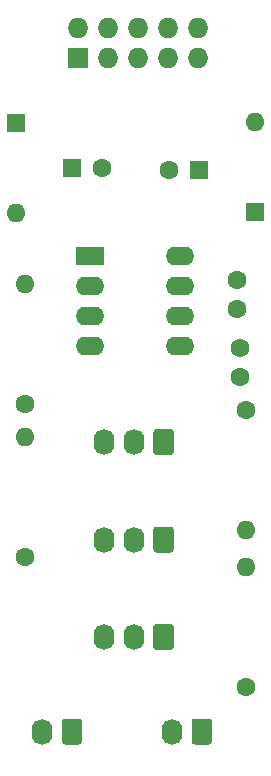
<source format=gbr>
%TF.GenerationSoftware,KiCad,Pcbnew,(5.1.12-1-10_14)*%
%TF.CreationDate,2023-08-05T21:53:33+02:00*%
%TF.ProjectId,niga,6e696761-2e6b-4696-9361-645f70636258,rev?*%
%TF.SameCoordinates,Original*%
%TF.FileFunction,Soldermask,Top*%
%TF.FilePolarity,Negative*%
%FSLAX46Y46*%
G04 Gerber Fmt 4.6, Leading zero omitted, Abs format (unit mm)*
G04 Created by KiCad (PCBNEW (5.1.12-1-10_14)) date 2023-08-05 21:53:33*
%MOMM*%
%LPD*%
G01*
G04 APERTURE LIST*
%ADD10R,1.600000X1.600000*%
%ADD11C,1.600000*%
%ADD12O,1.600000X1.600000*%
%ADD13O,1.740000X2.200000*%
%ADD14R,1.727200X1.727200*%
%ADD15O,1.727200X1.727200*%
%ADD16R,2.400000X1.600000*%
%ADD17O,2.400000X1.600000*%
G04 APERTURE END LIST*
D10*
%TO.C,C1*%
X218000000Y-66250000D03*
D11*
X215500000Y-66250000D03*
%TD*%
%TO.C,C2*%
X209750000Y-66000000D03*
D10*
X207250000Y-66000000D03*
%TD*%
D11*
%TO.C,C3*%
X221250000Y-78000000D03*
X221250000Y-75500000D03*
%TD*%
%TO.C,C4*%
X221500000Y-83750000D03*
X221500000Y-81250000D03*
%TD*%
D10*
%TO.C,D1*%
X222750000Y-69750000D03*
D12*
X222750000Y-62130000D03*
%TD*%
%TO.C,D2*%
X202500000Y-69870000D03*
D10*
X202500000Y-62250000D03*
%TD*%
%TO.C,IN*%
G36*
G01*
X219120000Y-112899999D02*
X219120000Y-114600001D01*
G75*
G02*
X218870001Y-114850000I-249999J0D01*
G01*
X217629999Y-114850000D01*
G75*
G02*
X217380000Y-114600001I0J249999D01*
G01*
X217380000Y-112899999D01*
G75*
G02*
X217629999Y-112650000I249999J0D01*
G01*
X218870001Y-112650000D01*
G75*
G02*
X219120000Y-112899999I0J-249999D01*
G01*
G37*
D13*
X215710000Y-113750000D03*
%TD*%
%TO.C,OUT*%
X204710000Y-113750000D03*
G36*
G01*
X208120000Y-112899999D02*
X208120000Y-114600001D01*
G75*
G02*
X207870001Y-114850000I-249999J0D01*
G01*
X206629999Y-114850000D01*
G75*
G02*
X206380000Y-114600001I0J249999D01*
G01*
X206380000Y-112899999D01*
G75*
G02*
X206629999Y-112650000I249999J0D01*
G01*
X207870001Y-112650000D01*
G75*
G02*
X208120000Y-112899999I0J-249999D01*
G01*
G37*
%TD*%
D14*
%TO.C,J3*%
X207750000Y-56750000D03*
D15*
X207750000Y-54210000D03*
X210290000Y-56750000D03*
X210290000Y-54210000D03*
X212830000Y-56750000D03*
X212830000Y-54210000D03*
X215370000Y-56750000D03*
X215370000Y-54210000D03*
X217910000Y-56750000D03*
X217910000Y-54210000D03*
%TD*%
D12*
%TO.C,R1*%
X203250000Y-75840000D03*
D11*
X203250000Y-86000000D03*
%TD*%
%TO.C,R2*%
X203250000Y-99000000D03*
D12*
X203250000Y-88840000D03*
%TD*%
%TO.C,R3*%
X222000000Y-96660000D03*
D11*
X222000000Y-86500000D03*
%TD*%
%TO.C,R4*%
X222000000Y-110000000D03*
D12*
X222000000Y-99840000D03*
%TD*%
%TO.C,10K*%
G36*
G01*
X215870000Y-88399999D02*
X215870000Y-90100001D01*
G75*
G02*
X215620001Y-90350000I-249999J0D01*
G01*
X214379999Y-90350000D01*
G75*
G02*
X214130000Y-90100001I0J249999D01*
G01*
X214130000Y-88399999D01*
G75*
G02*
X214379999Y-88150000I249999J0D01*
G01*
X215620001Y-88150000D01*
G75*
G02*
X215870000Y-88399999I0J-249999D01*
G01*
G37*
D13*
X212460000Y-89250000D03*
X209920000Y-89250000D03*
%TD*%
%TO.C,10K*%
X209920000Y-97500000D03*
X212460000Y-97500000D03*
G36*
G01*
X215870000Y-96649999D02*
X215870000Y-98350001D01*
G75*
G02*
X215620001Y-98600000I-249999J0D01*
G01*
X214379999Y-98600000D01*
G75*
G02*
X214130000Y-98350001I0J249999D01*
G01*
X214130000Y-96649999D01*
G75*
G02*
X214379999Y-96400000I249999J0D01*
G01*
X215620001Y-96400000D01*
G75*
G02*
X215870000Y-96649999I0J-249999D01*
G01*
G37*
%TD*%
%TO.C,10K*%
G36*
G01*
X215870000Y-104899999D02*
X215870000Y-106600001D01*
G75*
G02*
X215620001Y-106850000I-249999J0D01*
G01*
X214379999Y-106850000D01*
G75*
G02*
X214130000Y-106600001I0J249999D01*
G01*
X214130000Y-104899999D01*
G75*
G02*
X214379999Y-104650000I249999J0D01*
G01*
X215620001Y-104650000D01*
G75*
G02*
X215870000Y-104899999I0J-249999D01*
G01*
G37*
X212460000Y-105750000D03*
X209920000Y-105750000D03*
%TD*%
D16*
%TO.C,U1*%
X208750000Y-73500000D03*
D17*
X216370000Y-81120000D03*
X208750000Y-76040000D03*
X216370000Y-78580000D03*
X208750000Y-78580000D03*
X216370000Y-76040000D03*
X208750000Y-81120000D03*
X216370000Y-73500000D03*
%TD*%
M02*

</source>
